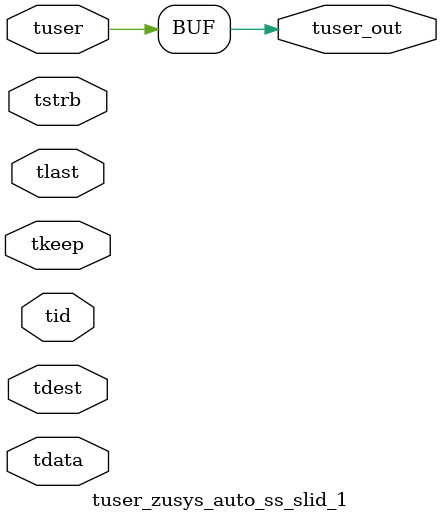
<source format=v>


`timescale 1ps/1ps

module tuser_zusys_auto_ss_slid_1 #
(
parameter C_S_AXIS_TUSER_WIDTH = 1,
parameter C_S_AXIS_TDATA_WIDTH = 32,
parameter C_S_AXIS_TID_WIDTH   = 0,
parameter C_S_AXIS_TDEST_WIDTH = 0,
parameter C_M_AXIS_TUSER_WIDTH = 1
)
(
input  [(C_S_AXIS_TUSER_WIDTH == 0 ? 1 : C_S_AXIS_TUSER_WIDTH)-1:0     ] tuser,
input  [(C_S_AXIS_TDATA_WIDTH == 0 ? 1 : C_S_AXIS_TDATA_WIDTH)-1:0     ] tdata,
input  [(C_S_AXIS_TID_WIDTH   == 0 ? 1 : C_S_AXIS_TID_WIDTH)-1:0       ] tid,
input  [(C_S_AXIS_TDEST_WIDTH == 0 ? 1 : C_S_AXIS_TDEST_WIDTH)-1:0     ] tdest,
input  [(C_S_AXIS_TDATA_WIDTH/8)-1:0 ] tkeep,
input  [(C_S_AXIS_TDATA_WIDTH/8)-1:0 ] tstrb,
input                                                                    tlast,
output [C_M_AXIS_TUSER_WIDTH-1:0] tuser_out
);

assign tuser_out = {tuser[3:0]};

endmodule


</source>
